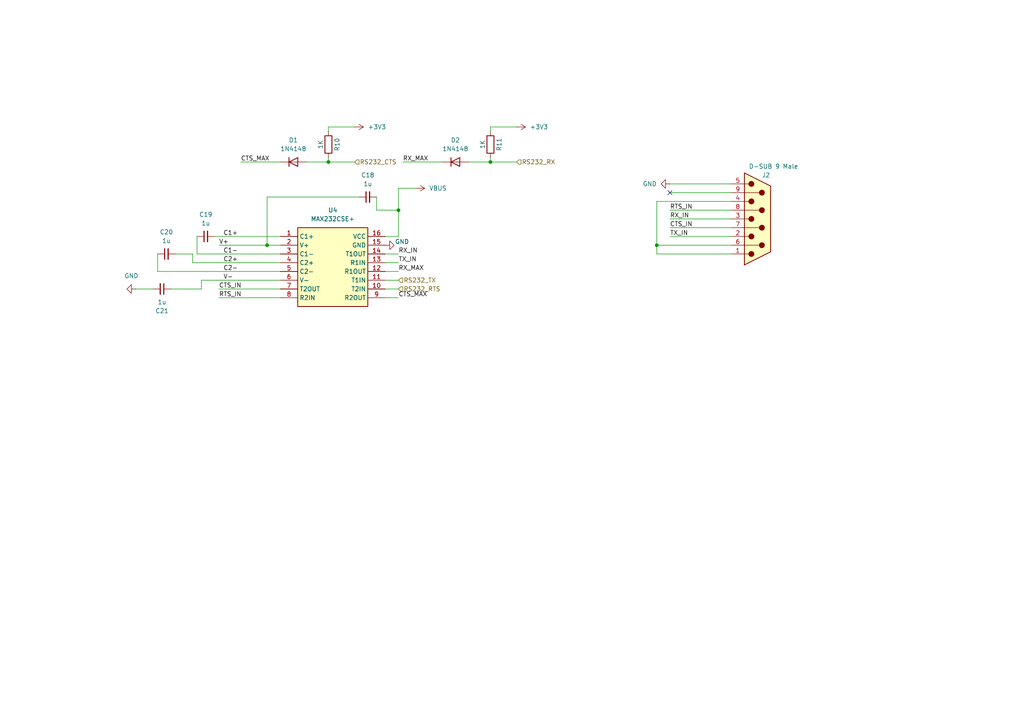
<source format=kicad_sch>
(kicad_sch (version 20250114) (generator "eeschema") (generator_version "9.0")
  (paper "A4")
  (title_block (title "TurboFRANK") (date "2025-03-19") (rev "1.04") (company "Mikhail Matveev") (comment 1 "https://github.com/xtremespb/frank"))
  (lib_symbols
    (symbol "Device:C_Small" (pin_numbers (hide yes)) (pin_names (offset 0.254) (hide yes))
      (property "Reference" "C" (at 0.254 1.778 0))
      (property "Value" "C_Small" (at 0.254 -2.032 0))
      (symbol "C_Small_0_1"
        (polyline (pts (xy -1.524 0.508) (xy 1.524 0.508)) (stroke (width 0.3048)))
        (polyline (pts (xy -1.524 -0.508) (xy 1.524 -0.508)) (stroke (width 0.3302)))
      )
      (symbol "C_Small_1_1"
        (pin passive line (at 0 2.54 270) (length 2.032) (name "~") (number "1"))
        (pin passive line (at 0 -2.54 90) (length 2.032) (name "~") (number "2"))
      )
    )
    (symbol "Device:R" (pin_numbers (hide yes)) (pin_names (offset 0))
      (property "Reference" "R" (at 2.032 0 90))
      (property "Value" "R" (at 0 0 90))
      (symbol "R_0_1"
        (rectangle (start -1.016 -2.54) (end 1.016 2.54) (stroke (width 0.254)))
      )
      (symbol "R_1_1"
        (pin passive line (at 0 3.81 270) (length 1.27) (name "~") (number "1"))
        (pin passive line (at 0 -3.81 90) (length 1.27) (name "~") (number "2"))
      )
    )
    (symbol "Diode:1N4148" (pin_numbers (hide yes)) (pin_names (hide yes))
      (property "Reference" "D" (at 0 2.54 0))
      (property "Value" "1N4148" (at 0 -2.54 0))
      (symbol "1N4148_0_1"
        (polyline (pts (xy -1.27 1.27) (xy -1.27 -1.27)) (stroke (width 0.254)))
        (polyline (pts (xy 1.27 1.27) (xy 1.27 -1.27) (xy -1.27 0) (xy 1.27 1.27)) (stroke (width 0.254)))
        (polyline (pts (xy 1.27 0) (xy -1.27 0)))
      )
      (symbol "1N4148_1_1"
        (pin passive line (at -3.81 0 0) (length 2.54) (name "K") (number "1"))
        (pin passive line (at 3.81 0 180) (length 2.54) (name "A") (number "2"))
      )
    )
    (symbol "FRANK:DB9_Male_Small" (pin_names (offset 1.016) (hide yes))
      (property "Reference" "JOY1" (at 1.27 12.7 0))
      (symbol "DB9_Male_Small_0_1"
        (polyline (pts (xy -3.81 10.16) (xy -2.54 10.16)))
        (polyline (pts (xy -3.81 7.62) (xy 0.508 7.62)))
        (polyline (pts (xy -3.81 5.08) (xy -2.54 5.08)))
        (polyline (pts (xy -3.81 2.54) (xy 0.508 2.54)))
        (polyline (pts (xy -3.81 0) (xy -2.54 0)))
        (polyline (pts (xy -3.81 -2.54) (xy 0.508 -2.54)))
        (polyline (pts (xy -3.81 -5.08) (xy -2.54 -5.08)))
        (polyline (pts (xy -3.81 -7.62) (xy 0.508 -7.62)))
        (polyline (pts (xy -3.81 -10.16) (xy -2.54 -10.16)))
        (polyline (pts (xy -3.81 -13.335) (xy -3.81 13.335) (xy 3.81 9.525) (xy 3.81 -9.525) (xy -3.81 -13.335)) (stroke (width 0.254)) (fill (type background)))
        (circle (center -1.778 10.16) (radius 0.762) (fill (type outline)))
        (circle (center -1.778 5.08) (radius 0.762) (fill (type outline)))
        (circle (center -1.778 0) (radius 0.762) (fill (type outline)))
        (circle (center -1.778 -5.08) (radius 0.762) (fill (type outline)))
        (circle (center -1.778 -10.16) (radius 0.762) (fill (type outline)))
        (circle (center 1.27 7.62) (radius 0.762) (fill (type outline)))
        (circle (center 1.27 2.54) (radius 0.762) (fill (type outline)))
        (circle (center 1.27 -2.54) (radius 0.762) (fill (type outline)))
        (circle (center 1.27 -7.62) (radius 0.762) (fill (type outline)))
      )
      (symbol "DB9_Male_Small_1_1"
        (pin passive line (at -7.62 10.16 0) (length 3.81) (name "5") (number "5"))
        (pin passive line (at -7.62 7.62 0) (length 3.81) (name "9") (number "9"))
        (pin passive line (at -7.62 5.08 0) (length 3.81) (name "4") (number "4"))
        (pin passive line (at -7.62 2.54 0) (length 3.81) (name "8") (number "8"))
        (pin passive line (at -7.62 0 0) (length 3.81) (name "3") (number "3"))
        (pin passive line (at -7.62 -2.54 0) (length 3.81) (name "7") (number "7"))
        (pin passive line (at -7.62 -5.08 0) (length 3.81) (name "2") (number "2"))
        (pin passive line (at -7.62 -7.62 0) (length 3.81) (name "6") (number "6"))
        (pin passive line (at -7.62 -10.16 0) (length 3.81) (name "1") (number "1"))
      )
    )
    (symbol "FRANK:MAX232CSE+"
      (property "Reference" "U4" (at 15.24 7.62 0))
      (property "Value" "MAX232CSE+" (at 15.24 5.08 0))
      (symbol "MAX232CSE+_1_1"
        (rectangle (start 5.08 2.54) (end 25.4 -20.32) (stroke (width 0.254)) (fill (type background)))
        (pin passive line (at 0 0 0) (length 5.08) (name "C1+") (number "1"))
        (pin passive line (at 0 -2.54 0) (length 5.08) (name "V+") (number "2"))
        (pin passive line (at 0 -5.08 0) (length 5.08) (name "C1-") (number "3"))
        (pin passive line (at 0 -7.62 0) (length 5.08) (name "C2+") (number "4"))
        (pin passive line (at 0 -10.16 0) (length 5.08) (name "C2-") (number "5"))
        (pin passive line (at 0 -12.7 0) (length 5.08) (name "V-") (number "6"))
        (pin passive line (at 0 -15.24 0) (length 5.08) (name "T2OUT") (number "7"))
        (pin passive line (at 0 -17.78 0) (length 5.08) (name "R2IN") (number "8"))
        (pin passive line (at 30.48 0 180) (length 5.08) (name "VCC") (number "16"))
        (pin passive line (at 30.48 -2.54 180) (length 5.08) (name "GND") (number "15"))
        (pin passive line (at 30.48 -5.08 180) (length 5.08) (name "T1OUT") (number "14"))
        (pin passive line (at 30.48 -7.62 180) (length 5.08) (name "R1IN") (number "13"))
        (pin passive line (at 30.48 -10.16 180) (length 5.08) (name "R1OUT") (number "12"))
        (pin passive line (at 30.48 -12.7 180) (length 5.08) (name "T1IN") (number "11"))
        (pin passive line (at 30.48 -15.24 180) (length 5.08) (name "T2IN") (number "10"))
        (pin passive line (at 30.48 -17.78 180) (length 5.08) (name "R2OUT") (number "9"))
      )
    )
    (symbol "GND_2" (power) (pin_numbers (hide yes)) (pin_names (offset 0) (hide yes))
      (property "Value" "GND" (at 0 -3.81 0))
      (symbol "GND_2_0_1"
        (polyline (pts (xy 0 0) (xy 0 -1.27) (xy 1.27 -1.27) (xy 0 -2.54) (xy -1.27 -1.27) (xy 0 -1.27)))
      )
      (symbol "GND_2_1_1"
        (pin power_in line (at 0 0 270) (length 0) (name "~") (number "1"))
      )
    )
    (symbol "GND_3" (power) (pin_numbers (hide yes)) (pin_names (offset 0) (hide yes))
      (property "Value" "GND" (at 0 -3.81 0))
      (symbol "GND_3_0_1"
        (polyline (pts (xy 0 0) (xy 0 -1.27) (xy 1.27 -1.27) (xy 0 -2.54) (xy -1.27 -1.27) (xy 0 -1.27)))
      )
      (symbol "GND_3_1_1"
        (pin power_in line (at 0 0 270) (length 0) (name "~") (number "1"))
      )
    )
    (symbol "GND_7" (power) (pin_numbers (hide yes)) (pin_names (offset 0) (hide yes))
      (property "Value" "GND" (at 0 -3.81 0))
      (symbol "GND_7_0_1"
        (polyline (pts (xy 0 0) (xy 0 -1.27) (xy 1.27 -1.27) (xy 0 -2.54) (xy -1.27 -1.27) (xy 0 -1.27)))
      )
      (symbol "GND_7_1_1"
        (pin power_in line (at 0 0 270) (length 0) (name "~") (number "1"))
      )
    )
    (symbol "power:+3V3" (power) (pin_numbers (hide yes)) (pin_names (offset 0) (hide yes))
      (property "Value" "+3V3" (at 0 3.556 0))
      (symbol "+3V3_0_1"
        (polyline (pts (xy -0.762 1.27) (xy 0 2.54)))
        (polyline (pts (xy 0 2.54) (xy 0.762 1.27)))
        (polyline (pts (xy 0 0) (xy 0 2.54)))
      )
      (symbol "+3V3_1_1"
        (pin power_in line (at 0 0 90) (length 0) (name "~") (number "1"))
      )
    )
    (symbol "power:VBUS" (power) (pin_numbers (hide yes)) (pin_names (offset 0) (hide yes))
      (property "Value" "VBUS" (at 0 3.556 0))
      (symbol "VBUS_0_1"
        (polyline (pts (xy -0.762 1.27) (xy 0 2.54)))
        (polyline (pts (xy 0 2.54) (xy 0.762 1.27)))
        (polyline (pts (xy 0 0) (xy 0 2.54)))
      )
      (symbol "VBUS_1_1"
        (pin power_in line (at 0 0 90) (length 0) (name "~") (number "1"))
      )
    )
  )
  (junction (at 95.25 46.99))
  (junction (at 142.24 46.99))
  (junction (at 190.5 71.12))
  (junction (at 115.57 60.96))
  (junction (at 77.47 71.12))
  (no_connect (at 194.31 55.88))
  (wire (pts (xy 111.76 83.82) (xy 115.57 83.82)))
  (wire (pts (xy 111.76 78.74) (xy 115.57 78.74)))
  (wire (pts (xy 58.42 83.82) (xy 58.42 81.28)))
  (wire (pts (xy 190.5 73.66) (xy 190.5 71.12)))
  (wire (pts (xy 44.45 83.82) (xy 39.37 83.82)))
  (wire (pts (xy 58.42 81.28) (xy 81.28 81.28)))
  (wire (pts (xy 142.24 36.83) (xy 142.24 38.1)))
  (wire (pts (xy 109.22 60.96) (xy 109.22 57.15)))
  (wire (pts (xy 45.72 78.74) (xy 81.28 78.74)))
  (wire (pts (xy 49.53 83.82) (xy 58.42 83.82)))
  (wire (pts (xy 62.23 68.58) (xy 81.28 68.58)))
  (wire (pts (xy 190.5 71.12) (xy 190.5 58.42)))
  (wire (pts (xy 190.5 58.42) (xy 212.09 58.42)))
  (wire (pts (xy 95.25 45.72) (xy 95.25 46.99)))
  (wire (pts (xy 116.84 46.99) (xy 128.27 46.99)))
  (wire (pts (xy 135.89 46.99) (xy 142.24 46.99)))
  (wire (pts (xy 111.76 68.58) (xy 115.57 68.58)))
  (wire (pts (xy 63.5 83.82) (xy 81.28 83.82)))
  (wire (pts (xy 63.5 86.36) (xy 81.28 86.36)))
  (wire (pts (xy 190.5 71.12) (xy 212.09 71.12)))
  (wire (pts (xy 50.8 73.66) (xy 55.88 73.66)))
  (wire (pts (xy 194.31 68.58) (xy 212.09 68.58)))
  (wire (pts (xy 115.57 54.61) (xy 120.65 54.61)))
  (wire (pts (xy 95.25 46.99) (xy 102.87 46.99)))
  (wire (pts (xy 77.47 57.15) (xy 77.47 71.12)))
  (wire (pts (xy 57.15 68.58) (xy 57.15 73.66)))
  (wire (pts (xy 57.15 73.66) (xy 81.28 73.66)))
  (wire (pts (xy 194.31 66.04) (xy 212.09 66.04)))
  (wire (pts (xy 194.31 60.96) (xy 212.09 60.96)))
  (wire (pts (xy 55.88 73.66) (xy 55.88 76.2)))
  (wire (pts (xy 111.76 86.36) (xy 115.57 86.36)))
  (wire (pts (xy 55.88 76.2) (xy 81.28 76.2)))
  (wire (pts (xy 102.87 36.83) (xy 95.25 36.83)))
  (wire (pts (xy 194.31 53.34) (xy 212.09 53.34)))
  (wire (pts (xy 149.86 36.83) (xy 142.24 36.83)))
  (wire (pts (xy 45.72 73.66) (xy 45.72 78.74)))
  (wire (pts (xy 63.5 71.12) (xy 77.47 71.12)))
  (wire (pts (xy 95.25 36.83) (xy 95.25 38.1)))
  (wire (pts (xy 77.47 71.12) (xy 81.28 71.12)))
  (wire (pts (xy 104.14 57.15) (xy 77.47 57.15)))
  (wire (pts (xy 88.9 46.99) (xy 95.25 46.99)))
  (wire (pts (xy 142.24 45.72) (xy 142.24 46.99)))
  (wire (pts (xy 194.31 55.88) (xy 212.09 55.88)))
  (wire (pts (xy 142.24 46.99) (xy 149.86 46.99)))
  (wire (pts (xy 111.76 73.66) (xy 115.57 73.66)))
  (wire (pts (xy 111.76 76.2) (xy 115.57 76.2)))
  (wire (pts (xy 190.5 73.66) (xy 212.09 73.66)))
  (wire (pts (xy 115.57 60.96) (xy 115.57 54.61)))
  (wire (pts (xy 115.57 60.96) (xy 115.57 68.58)))
  (wire (pts (xy 111.76 81.28) (xy 115.57 81.28)))
  (wire (pts (xy 69.85 46.99) (xy 81.28 46.99)))
  (wire (pts (xy 194.31 63.5) (xy 212.09 63.5)))
  (wire (pts (xy 109.22 60.96) (xy 115.57 60.96)))
  (label "CTS_MAX" (at 115.57 86.36 0))
  (label "RX_IN" (at 115.57 73.66 0))
  (label "CTS_IN" (at 63.5 83.82 0))
  (label "CTS_MAX" (at 69.85 46.99 0))
  (label "RX_MAX" (at 116.84 46.99 0))
  (label "TX_IN" (at 194.31 68.58 0))
  (label "C1-" (at 64.77 73.66 0))
  (label "V-" (at 64.77 81.28 0))
  (label "RTS_IN" (at 194.31 60.96 0))
  (label "C2-" (at 64.77 78.74 0))
  (label "RX_MAX" (at 115.57 78.74 0))
  (label "C1+" (at 64.77 68.58 0))
  (label "RTS_IN" (at 63.5 86.36 0))
  (label "C2+" (at 64.77 76.2 0))
  (label "CTS_IN" (at 194.31 66.04 0))
  (label "TX_IN" (at 115.57 76.2 0))
  (label "RX_IN" (at 194.31 63.5 0))
  (label "V+" (at 63.5 71.12 0))
  (hierarchical_label "RS232_RX" (shape input) (at 149.86 46.99 0))
  (hierarchical_label "RS232_CTS" (shape input) (at 102.87 46.99 0))
  (hierarchical_label "RS232_RTS" (shape input) (at 115.57 83.82 0))
  (hierarchical_label "RS232_TX" (shape input) (at 115.57 81.28 0))
  (symbol (lib_id "Device:C_Small") (at 59.69 68.58 90) (unit 1)
    (property "Reference" "C19" (at 59.6963 62.23 90))
    (property "Value" "1u" (at 59.6963 64.77 90))
    (property "Footprint" "FRANK:Capacitor (0805)" (effects (hide yes)))
    (property "Datasheet" "https://eu.mouser.com/datasheet/2/447/KEM_C1075_X7R_HT_SMD-3316221.pdf" (effects (hide yes)))
    (property "Description" "Unpolarized capacitor, small symbol" (effects (hide yes)))
    (property "AliExpress" "https://www.aliexpress.com/item/33008008276.html" (effects (hide yes)))
  )
  (symbol (lib_id "power:+3V3") (at 102.87 36.83 270) (unit 1)
    (property "Reference" "#PWR031" (effects (hide yes)))
    (property "Value" "+3V3" (at 106.68 36.8299 90) (effects (justify left)))
    (property "Description" "Power symbol creates a global label with name \"+3V3\"" (effects (hide yes)))
  )
  (symbol (lib_id "power:VBUS") (at 120.65 54.61 270) (unit 1)
    (property "Reference" "#PWR034" (effects (hide yes)))
    (property "Value" "VBUS" (at 124.46 54.6099 90) (effects (justify left)))
    (property "Description" "Power symbol creates a global label with name \"VBUS\"" (effects (hide yes)))
  )
  (symbol (lib_id "Device:C_Small") (at 48.26 73.66 90) (unit 1)
    (property "Reference" "C20" (at 48.2663 67.31 90))
    (property "Value" "1u" (at 48.2663 69.85 90))
    (property "Footprint" "FRANK:Capacitor (0805)" (effects (hide yes)))
    (property "Datasheet" "https://eu.mouser.com/datasheet/2/447/KEM_C1075_X7R_HT_SMD-3316221.pdf" (effects (hide yes)))
    (property "Description" "Unpolarized capacitor, small symbol" (effects (hide yes)))
    (property "AliExpress" "https://www.aliexpress.com/item/33008008276.html" (effects (hide yes)))
  )
  (symbol (lib_id "Device:C_Small") (at 106.68 57.15 90) (unit 1)
    (property "Reference" "C18" (at 106.6863 50.8 90))
    (property "Value" "1u" (at 106.6863 53.34 90))
    (property "Footprint" "FRANK:Capacitor (0805)" (effects (hide yes)))
    (property "Datasheet" "https://eu.mouser.com/datasheet/2/447/KEM_C1075_X7R_HT_SMD-3316221.pdf" (effects (hide yes)))
    (property "Description" "Unpolarized capacitor, small symbol" (effects (hide yes)))
    (property "AliExpress" "https://www.aliexpress.com/item/33008008276.html" (effects (hide yes)))
  )
  (symbol (lib_id "power:+3V3") (at 149.86 36.83 270) (unit 1)
    (property "Reference" "#PWR032" (effects (hide yes)))
    (property "Value" "+3V3" (at 153.67 36.8299 90) (effects (justify left)))
    (property "Description" "Power symbol creates a global label with name \"+3V3\"" (effects (hide yes)))
  )
  (symbol (lib_id "Device:R") (at 142.24 41.91 180) (unit 1)
    (property "Reference" "R11" (at 144.78 41.91 90))
    (property "Value" "1K" (at 139.954 41.91 90))
    (property "Footprint" "FRANK:Resistor (0805)" (effects (hide yes)))
    (property "Datasheet" "https://www.vishay.com/docs/28952/mcs0402at-mct0603at-mcu0805at-mca1206at.pdf" (effects (hide yes)))
    (property "AliExpress" "https://www.aliexpress.com/item/1005005945735199.html" (effects (hide yes)))
  )
  (symbol (lib_id "Device:C_Small") (at 46.99 83.82 270) (unit 1)
    (property "Reference" "C21" (at 46.99 90.17 90))
    (property "Value" "1u" (at 46.99 87.63 90))
    (property "Footprint" "FRANK:Capacitor (0805)" (effects (hide yes)))
    (property "Datasheet" "https://eu.mouser.com/datasheet/2/447/KEM_C1075_X7R_HT_SMD-3316221.pdf" (effects (hide yes)))
    (property "Description" "Unpolarized capacitor, small symbol" (effects (hide yes)))
    (property "AliExpress" "https://www.aliexpress.com/item/33008008276.html" (effects (hide yes)))
  )
  (symbol (lib_name "GND_3") (lib_id "power:GND") (at 194.31 53.34 270) (unit 1)
    (property "Reference" "#PWR033" (effects (hide yes)))
    (property "Value" "GND" (at 190.5 53.3399 90) (effects (justify right)))
    (property "Description" "Power symbol creates a global label with name \"GND\" , ground" (effects (hide yes)))
  )
  (symbol (lib_id "Diode:1N4148") (at 132.08 46.99 0) (unit 1)
    (property "Reference" "D2" (at 132.08 40.64 0))
    (property "Value" "1N4148" (at 132.08 43.18 0))
    (property "Footprint" "FRANK:Diode (SOD-323)" (effects (hide yes)))
    (property "Datasheet" "https://www.vishay.com/docs/85748/1n4148w.pdf" (effects (hide yes)))
    (property "Description" "100V 0.15A standard switching diode, DO-35" (effects (hide yes)))
    (property "Sim.Device" "D" (effects (hide yes)))
    (property "Sim.Pins" "1=K 2=A" (effects (hide yes)))
    (property "AliExpress" "https://www.aliexpress.com/item/1005005707644429.html" (effects (hide yes)))
  )
  (symbol (lib_id "FRANK:MAX232CSE+") (at 81.28 68.58 0) (unit 1)
    (property "Reference" "U4" (at 96.52 60.96 0))
    (property "Value" "MAX232CSE+" (at 96.52 63.5 0))
    (property "Footprint" "FRANK:SOIC127P600X175-16N" (effects (hide yes)))
    (property "Datasheet" "http://datasheets.maximintegrated.com/en/ds/MAX220-MAX249.pdf" (effects (hide yes)))
    (property "Description" "MAX232CSE+, Line Transceiver, EIA/TIA-232-E, RS-232, V.24, V.28 2-TX 2-RX 2-TRX, 5V, 16-Pin SOIC" (effects (hide yes)))
    (property "Height" "1.75" (effects (hide yes)))
    (property "Mouser Part Number" "700-MAX232CSE" (effects (hide yes)))
    (property "Mouser Price/Stock" "https://www.mouser.co.uk/ProductDetail/Analog-Devices-Maxim-Integrated/MAX232CSE%2b?qs=1THa7WoU59E0tHinO%252BHrBQ%3D%3D" (effects (hide yes)))
    (property "Manufacturer_Name" "Analog Devices" (effects (hide yes)))
    (property "Manufacturer_Part_Number" "MAX232CSE+" (effects (hide yes)))
    (property "AliExpress" "https://www.aliexpress.com/item/1005006286473801.html" (effects (hide yes)))
  )
  (symbol (lib_name "GND_7") (lib_id "power:GND") (at 39.37 83.82 270) (unit 1)
    (property "Reference" "#PWR036" (effects (hide yes)))
    (property "Value" "GND" (at 38.1 80.01 90))
    (property "Description" "Power symbol creates a global label with name \"GND\" , ground" (effects (hide yes)))
  )
  (symbol (lib_id "Device:R") (at 95.25 41.91 180) (unit 1)
    (property "Reference" "R10" (at 97.79 41.91 90))
    (property "Value" "1K" (at 92.964 41.91 90))
    (property "Footprint" "FRANK:Resistor (0805)" (effects (hide yes)))
    (property "Datasheet" "https://www.vishay.com/docs/28952/mcs0402at-mct0603at-mcu0805at-mca1206at.pdf" (effects (hide yes)))
    (property "AliExpress" "https://www.aliexpress.com/item/1005005945735199.html" (effects (hide yes)))
  )
  (symbol (lib_name "GND_2") (lib_id "power:GND") (at 111.76 71.12 90) (unit 1)
    (property "Reference" "#PWR035" (effects (hide yes)))
    (property "Value" "GND" (at 114.554 70.104 90) (effects (justify right)))
    (property "Description" "Power symbol creates a global label with name \"GND\" , ground" (effects (hide yes)))
  )
  (symbol (lib_id "Diode:1N4148") (at 85.09 46.99 0) (unit 1)
    (property "Reference" "D1" (at 85.09 40.64 0))
    (property "Value" "1N4148" (at 85.09 43.18 0))
    (property "Footprint" "FRANK:Diode (SOD-323)" (effects (hide yes)))
    (property "Datasheet" "https://www.vishay.com/docs/85748/1n4148w.pdf" (effects (hide yes)))
    (property "Description" "100V 0.15A standard switching diode, DO-35" (effects (hide yes)))
    (property "Sim.Device" "D" (effects (hide yes)))
    (property "Sim.Pins" "1=K 2=A" (effects (hide yes)))
    (property "AliExpress" "https://www.aliexpress.com/item/1005005707644429.html" (effects (hide yes)))
  )
  (symbol (lib_id "FRANK:DB9_Male_Small") (at 219.71 63.5 0) (unit 1)
    (property "Reference" "J2" (at 220.98 50.8 0) (effects (justify left)))
    (property "Value" "D-SUB 9 Male" (at 217.17 48.26 0) (effects (justify left)))
    (property "Footprint" "FRANK:D-SUB (9 pin, male, top mount)" (effects (hide yes)))
    (property "Datasheet" "https://eu.mouser.com/datasheet/2/578/original-3313093.pdf" (effects (hide yes)))
    (property "AliExpress" "https://www.aliexpress.com/item/4001214300548.html" (effects (hide yes)))
  )
)
</source>
